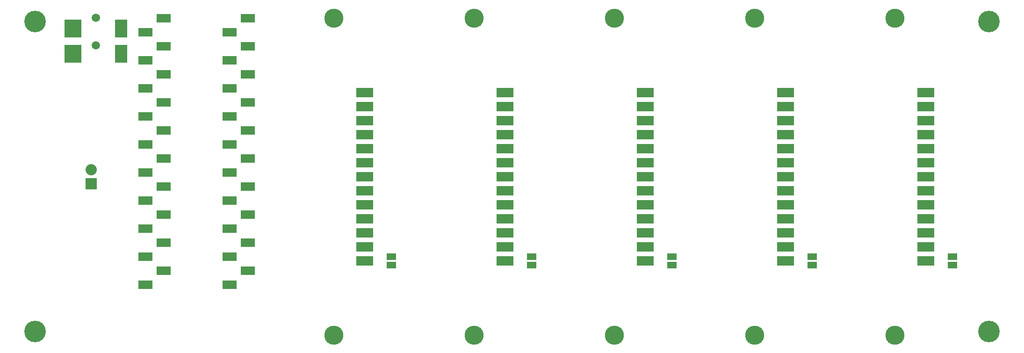
<source format=gts>
G04 (created by PCBNEW-RS274X (2011-07-19)-testing) date Thu 01 Mar 2012 04:31:09 PM PST*
G01*
G70*
G90*
%MOIN*%
G04 Gerber Fmt 3.4, Leading zero omitted, Abs format*
%FSLAX34Y34*%
G04 APERTURE LIST*
%ADD10C,0.006000*%
%ADD11R,0.120000X0.070000*%
%ADD12C,0.136000*%
%ADD13C,0.059000*%
%ADD14R,0.087000X0.130000*%
%ADD15R,0.122400X0.130000*%
%ADD16R,0.065000X0.045000*%
%ADD17R,0.080000X0.080000*%
%ADD18C,0.080000*%
%ADD19R,0.098700X0.059400*%
%ADD20C,0.153900*%
G04 APERTURE END LIST*
G54D10*
G54D11*
X89500Y-34404D03*
X89500Y-35404D03*
X89500Y-36404D03*
X89500Y-37404D03*
X89500Y-38404D03*
X89500Y-39404D03*
X89500Y-40404D03*
X89500Y-41404D03*
X89500Y-42404D03*
X89500Y-43404D03*
X89500Y-44404D03*
X89500Y-45404D03*
X89500Y-46404D03*
G54D12*
X87280Y-29104D03*
X87280Y-51704D03*
G54D11*
X79500Y-34404D03*
X79500Y-35404D03*
X79500Y-36404D03*
X79500Y-37404D03*
X79500Y-38404D03*
X79500Y-39404D03*
X79500Y-40404D03*
X79500Y-41404D03*
X79500Y-42404D03*
X79500Y-43404D03*
X79500Y-44404D03*
X79500Y-45404D03*
X79500Y-46404D03*
G54D12*
X77280Y-29104D03*
X77280Y-51704D03*
G54D11*
X69500Y-34404D03*
X69500Y-35404D03*
X69500Y-36404D03*
X69500Y-37404D03*
X69500Y-38404D03*
X69500Y-39404D03*
X69500Y-40404D03*
X69500Y-41404D03*
X69500Y-42404D03*
X69500Y-43404D03*
X69500Y-44404D03*
X69500Y-45404D03*
X69500Y-46404D03*
G54D12*
X67280Y-29104D03*
X67280Y-51704D03*
G54D11*
X59500Y-34404D03*
X59500Y-35404D03*
X59500Y-36404D03*
X59500Y-37404D03*
X59500Y-38404D03*
X59500Y-39404D03*
X59500Y-40404D03*
X59500Y-41404D03*
X59500Y-42404D03*
X59500Y-43404D03*
X59500Y-44404D03*
X59500Y-45404D03*
X59500Y-46404D03*
G54D12*
X57280Y-29104D03*
X57280Y-51704D03*
G54D11*
X49500Y-34404D03*
X49500Y-35404D03*
X49500Y-36404D03*
X49500Y-37404D03*
X49500Y-38404D03*
X49500Y-39404D03*
X49500Y-40404D03*
X49500Y-41404D03*
X49500Y-42404D03*
X49500Y-43404D03*
X49500Y-44404D03*
X49500Y-45404D03*
X49500Y-46404D03*
G54D12*
X47280Y-29104D03*
X47280Y-51704D03*
G54D13*
X30315Y-29075D03*
X30315Y-31043D03*
G54D14*
X32110Y-31634D03*
X32110Y-29862D03*
G54D15*
X28701Y-29862D03*
X28701Y-31634D03*
G54D16*
X51400Y-46700D03*
X51400Y-46100D03*
X61400Y-46700D03*
X61400Y-46100D03*
X71400Y-46700D03*
X71400Y-46100D03*
X81400Y-46700D03*
X81400Y-46100D03*
X91400Y-46700D03*
X91400Y-46100D03*
G54D17*
X30000Y-40900D03*
G54D18*
X30000Y-39900D03*
G54D19*
X35154Y-29100D03*
X33850Y-30100D03*
X35154Y-31100D03*
X33850Y-32100D03*
X35154Y-33100D03*
X33850Y-34100D03*
X35154Y-35100D03*
X33850Y-36100D03*
X35154Y-37100D03*
X33850Y-38100D03*
X35154Y-39100D03*
X33850Y-40100D03*
X35154Y-41100D03*
X33850Y-42100D03*
X35154Y-43100D03*
X33850Y-44100D03*
X35154Y-45100D03*
X33850Y-46100D03*
X35154Y-47100D03*
X33850Y-48100D03*
X39846Y-48100D03*
X41150Y-47100D03*
X39846Y-46100D03*
X41150Y-45100D03*
X39846Y-44100D03*
X41150Y-43100D03*
X39846Y-42100D03*
X41150Y-41100D03*
X39846Y-40100D03*
X41150Y-39100D03*
X39846Y-38100D03*
X41150Y-37100D03*
X39846Y-36100D03*
X41150Y-35100D03*
X39846Y-34100D03*
X41150Y-33100D03*
X39846Y-32100D03*
X41150Y-31100D03*
X39846Y-30100D03*
X41150Y-29100D03*
G54D20*
X26000Y-29350D03*
X26000Y-51450D03*
X94000Y-51450D03*
X94000Y-29350D03*
M02*

</source>
